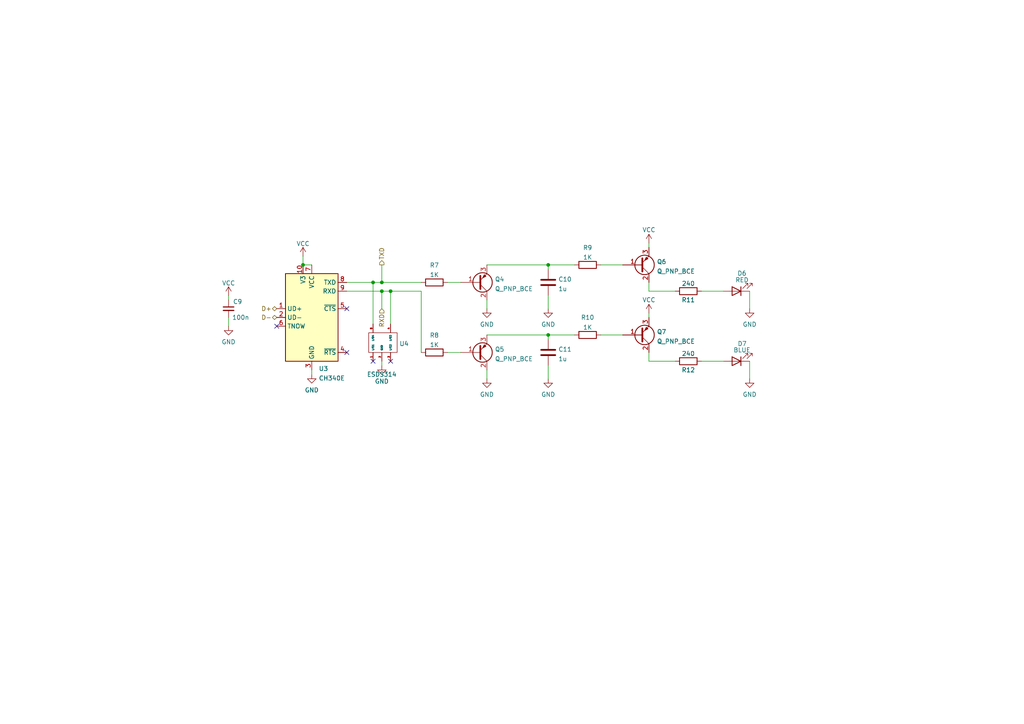
<source format=kicad_sch>
(kicad_sch (version 20230121) (generator eeschema)
  (paper "A4")
  (lib_symbols
    (symbol "Device:C" (pin_numbers hide) (pin_names (offset 0.254))
      (property "Reference" "C" (at 0.635 2.54 0))
      (property "Value" "C" (at 0.635 -2.54 0))
      (symbol "C_0_1"
        (polyline (pts (xy -2.032 -0.762) (xy 2.032 -0.762)) (stroke (width 0.508)))
        (polyline (pts (xy -2.032 0.762) (xy 2.032 0.762)) (stroke (width 0.508)))
      )
      (symbol "C_1_1"
        (pin passive line (at 0 3.81 270) (length 2.794) (name "~") (number "1"))
        (pin passive line (at 0 -3.81 90) (length 2.794) (name "~") (number "2"))
      )
    )
    (symbol "Device:C_Small" (pin_numbers hide) (pin_names (offset 0.254) hide)
      (property "Reference" "C" (at 0.254 1.778 0))
      (property "Value" "C_Small" (at 0.254 -2.032 0))
      (symbol "C_Small_0_1"
        (polyline (pts (xy -1.524 -0.508) (xy 1.524 -0.508)) (stroke (width 0.3302)))
        (polyline (pts (xy -1.524 0.508) (xy 1.524 0.508)) (stroke (width 0.3048)))
      )
      (symbol "C_Small_1_1"
        (pin passive line (at 0 2.54 270) (length 2.032) (name "~") (number "1"))
        (pin passive line (at 0 -2.54 90) (length 2.032) (name "~") (number "2"))
      )
    )
    (symbol "Device:LED" (pin_numbers hide) (pin_names (offset 1.016) hide)
      (property "Reference" "D" (at 0 2.54 0))
      (property "Value" "LED" (at 0 -2.54 0))
      (symbol "LED_0_1"
        (polyline (pts (xy -1.27 -1.27) (xy -1.27 1.27)) (stroke (width 0.254)))
        (polyline (pts (xy -1.27 0) (xy 1.27 0)))
        (polyline (pts (xy 1.27 -1.27) (xy 1.27 1.27) (xy -1.27 0) (xy 1.27 -1.27)) (stroke (width 0.254)))
        (polyline (pts (xy -3.048 -0.762) (xy -4.572 -2.286) (xy -3.81 -2.286) (xy -4.572 -2.286) (xy -4.572 -1.524)))
        (polyline (pts (xy -1.778 -0.762) (xy -3.302 -2.286) (xy -2.54 -2.286) (xy -3.302 -2.286) (xy -3.302 -1.524)))
      )
      (symbol "LED_1_1"
        (pin passive line (at -3.81 0 0) (length 2.54) (name "K") (number "1"))
        (pin passive line (at 3.81 0 180) (length 2.54) (name "A") (number "2"))
      )
    )
    (symbol "Device:Q_PNP_BCE" (pin_names (offset 0) hide)
      (property "Reference" "Q" (at 5.08 1.27 0))
      (property "Value" "Q_PNP_BCE" (at 5.08 -1.27 0))
      (symbol "Q_PNP_BCE_0_1"
        (polyline (pts (xy 0.635 0.635) (xy 2.54 2.54)))
        (polyline (pts (xy 0.635 -0.635) (xy 2.54 -2.54) (xy 2.54 -2.54)))
        (polyline (pts (xy 0.635 1.905) (xy 0.635 -1.905) (xy 0.635 -1.905)) (stroke (width 0.508)))
        (polyline (pts (xy 2.286 -1.778) (xy 1.778 -2.286) (xy 1.27 -1.27) (xy 2.286 -1.778) (xy 2.286 -1.778)) (fill (type outline)))
        (circle (center 1.27 0) (radius 2.8194) (stroke (width 0.254)))
      )
      (symbol "Q_PNP_BCE_1_1"
        (pin input line (at -5.08 0 0) (length 5.715) (name "B") (number "1"))
        (pin passive line (at 2.54 5.08 270) (length 2.54) (name "C") (number "2"))
        (pin passive line (at 2.54 -5.08 90) (length 2.54) (name "E") (number "3"))
      )
    )
    (symbol "Device:R" (pin_numbers hide) (pin_names (offset 0))
      (property "Reference" "R" (at 2.032 0 90))
      (property "Value" "R" (at 0 0 90))
      (symbol "R_0_1"
        (rectangle (start -1.016 -2.54) (end 1.016 2.54) (stroke (width 0.254)))
      )
      (symbol "R_1_1"
        (pin passive line (at 0 3.81 270) (length 1.27) (name "~") (number "1"))
        (pin passive line (at 0 -3.81 90) (length 1.27) (name "~") (number "2"))
      )
    )
    (symbol "Extra IC:ESDS314"
      (property "Reference" "U" (at 0 -6.985 0))
      (property "Value" "ESDS314" (at 0 -9.525 0))
      (symbol "ESDS314_0_1"
        (rectangle (start -4.445 2.54) (end 3.81 -3.175))
      )
      (symbol "ESDS314_1_1"
        (pin bidirectional line (at 2.54 5.08 270) (length 2.54) (name "I/O1") (number "1"))
        (pin power_out line (at 0 5.08 270) (length 2.54) (name "GND") (number "2"))
        (pin bidirectional line (at -2.54 5.08 270) (length 2.54) (name "I/O2") (number "3"))
        (pin bidirectional line (at -2.54 -5.715 90) (length 2.54) (name "I/O3") (number "4"))
        (pin bidirectional line (at 2.54 -5.715 90) (length 2.54) (name "I/O4") (number "5"))
      )
    )
    (symbol "Interface_USB:CH340E"
      (property "Reference" "U" (at -5.08 13.97 0))
      (property "Value" "CH340E" (at 1.27 13.97 0))
      (symbol "CH340E_0_1"
        (rectangle (start -7.62 12.7) (end 7.62 -12.7) (stroke (width 0.254)) (fill (type background)))
      )
      (symbol "CH340E_1_1"
        (pin bidirectional line (at -10.16 2.54 0) (length 2.54) (name "UD+") (number "1"))
        (pin passive line (at -2.54 15.24 270) (length 2.54) (name "V3") (number "10"))
        (pin bidirectional line (at -10.16 0 0) (length 2.54) (name "UD-") (number "2"))
        (pin power_in line (at 0 -15.24 90) (length 2.54) (name "GND") (number "3"))
        (pin output line (at 10.16 -10.16 180) (length 2.54) (name "~{RTS}") (number "4"))
        (pin input line (at 10.16 2.54 180) (length 2.54) (name "~{CTS}") (number "5"))
        (pin output line (at -10.16 -2.54 0) (length 2.54) (name "TNOW") (number "6"))
        (pin power_in line (at 0 15.24 270) (length 2.54) (name "VCC") (number "7"))
        (pin output line (at 10.16 10.16 180) (length 2.54) (name "TXD") (number "8"))
        (pin input line (at 10.16 7.62 180) (length 2.54) (name "RXD") (number "9"))
      )
    )
    (symbol "power:GND" (power) (pin_names (offset 0))
      (property "Value" "GND" (at 0 -3.81 0))
      (symbol "GND_0_1"
        (polyline (pts (xy 0 0) (xy 0 -1.27) (xy 1.27 -1.27) (xy 0 -2.54) (xy -1.27 -1.27) (xy 0 -1.27)))
      )
      (symbol "GND_1_1"
        (pin power_in line (at 0 0 270) (length 0) hide (name "GND") (number "1"))
      )
    )
    (symbol "power:VCC" (power) (pin_names (offset 0))
      (property "Value" "VCC" (at 0 3.81 0))
      (symbol "VCC_0_1"
        (polyline (pts (xy -0.762 1.27) (xy 0 2.54)))
        (polyline (pts (xy 0 0) (xy 0 2.54)))
        (polyline (pts (xy 0 2.54) (xy 0.762 1.27)))
      )
      (symbol "VCC_1_1"
        (pin power_in line (at 0 0 90) (length 0) hide (name "VCC") (number "1"))
      )
    )
  )
  (junction (at 110.744 81.915))
  (junction (at 108.204 81.915))
  (junction (at 159.004 76.835))
  (junction (at 87.884 76.835))
  (junction (at 110.744 84.455))
  (junction (at 159.004 97.155))
  (junction (at 113.284 84.455))
  (no_connect (at 108.204 104.775))
  (no_connect (at 100.584 89.535))
  (no_connect (at 80.264 94.615))
  (no_connect (at 100.584 102.235))
  (no_connect (at 113.284 104.775))
  (wire (pts (xy 159.004 109.855) (xy 159.004 106.045)))
  (wire (pts (xy 110.744 76.835) (xy 110.744 81.915)))
  (wire (pts (xy 108.204 81.915) (xy 108.204 93.98)))
  (wire (pts (xy 217.424 89.535) (xy 217.424 84.455)))
  (wire (pts (xy 159.004 76.835) (xy 166.624 76.835)))
  (wire (pts (xy 87.884 76.835) (xy 90.424 76.835)))
  (wire (pts (xy 188.214 104.775) (xy 195.834 104.775)))
  (wire (pts (xy 217.424 109.855) (xy 217.424 104.775)))
  (wire (pts (xy 66.294 92.075) (xy 66.294 94.615)))
  (wire (pts (xy 129.794 81.915) (xy 133.604 81.915)))
  (wire (pts (xy 159.004 89.535) (xy 159.004 85.725)))
  (wire (pts (xy 141.224 76.835) (xy 159.004 76.835)))
  (wire (pts (xy 141.224 109.855) (xy 141.224 107.315)))
  (wire (pts (xy 203.454 84.455) (xy 209.804 84.455)))
  (wire (pts (xy 122.174 84.455) (xy 122.174 102.235)))
  (wire (pts (xy 108.204 81.915) (xy 110.744 81.915)))
  (wire (pts (xy 100.584 84.455) (xy 110.744 84.455)))
  (wire (pts (xy 110.744 106.045) (xy 110.744 104.775)))
  (wire (pts (xy 129.794 102.235) (xy 133.604 102.235)))
  (wire (pts (xy 159.004 76.835) (xy 159.004 78.105)))
  (wire (pts (xy 188.214 81.915) (xy 188.214 84.455)))
  (wire (pts (xy 113.284 84.455) (xy 113.284 93.98)))
  (wire (pts (xy 113.284 84.455) (xy 122.174 84.455)))
  (wire (pts (xy 203.454 104.775) (xy 209.804 104.775)))
  (wire (pts (xy 188.214 102.235) (xy 188.214 104.775)))
  (wire (pts (xy 110.744 84.455) (xy 110.744 89.535)))
  (wire (pts (xy 188.214 84.455) (xy 195.834 84.455)))
  (wire (pts (xy 66.294 85.725) (xy 66.294 86.995)))
  (wire (pts (xy 174.244 97.155) (xy 180.594 97.155)))
  (wire (pts (xy 110.744 84.455) (xy 113.284 84.455)))
  (wire (pts (xy 87.884 74.295) (xy 87.884 76.835)))
  (wire (pts (xy 141.224 97.155) (xy 159.004 97.155)))
  (wire (pts (xy 188.214 70.485) (xy 188.214 71.755)))
  (wire (pts (xy 159.004 97.155) (xy 166.624 97.155)))
  (wire (pts (xy 141.224 89.535) (xy 141.224 86.995)))
  (wire (pts (xy 159.004 97.155) (xy 159.004 98.425)))
  (wire (pts (xy 100.584 81.915) (xy 108.204 81.915)))
  (wire (pts (xy 110.744 81.915) (xy 122.174 81.915)))
  (wire (pts (xy 90.424 107.315) (xy 90.424 108.585)))
  (wire (pts (xy 174.244 76.835) (xy 180.594 76.835)))
  (wire (pts (xy 188.214 90.805) (xy 188.214 92.075)))
  (hierarchical_label "RXD" (shape input) (at 110.744 89.535 270))
  (hierarchical_label "D+" (shape bidirectional) (at 80.264 89.535 180))
  (hierarchical_label "D-" (shape bidirectional) (at 80.264 92.075 180))
  (hierarchical_label "TXD" (shape output) (at 110.744 76.835 90))
  (symbol (lib_id "power:GND") (at 141.224 89.535 0) (unit 1)
    (property "Reference" "#PWR036" (effects hide))
    (property "Value" "GND" (at 141.224 94.0975 0))
    (instances (project "USB2UART" (path "" (reference "#PWR036") (unit 1))) (project "USB2XXX" (path "" (reference "#PWR0101") (unit 1))))
  )
  (symbol (lib_id "Device:R") (at 199.644 84.455 90) (unit 1)
    (property "Reference" "R11" (at 199.644 86.995 90))
    (property "Value" "240" (at 199.644 82.2476 90))
    (property "Footprint" "Resistor_SMD:R_0402_1005Metric" (effects hide))
    (instances (project "USB2UART" (path "" (reference "R11") (unit 1))) (project "USB2XXX" (path "" (reference "R17") (unit 1))))
  )
  (symbol (lib_id "power:GND") (at 159.004 89.535 0) (unit 1)
    (property "Reference" "#PWR038" (effects hide))
    (property "Value" "GND" (at 159.004 94.0975 0))
    (instances (project "USB2UART" (path "" (reference "#PWR038") (unit 1))) (project "USB2XXX" (path "" (reference "#PWR0103") (unit 1))))
  )
  (symbol (lib_id "Device:R") (at 199.644 104.775 90) (unit 1)
    (property "Reference" "R12" (at 199.644 107.315 90))
    (property "Value" "240" (at 199.644 102.5676 90))
    (property "Footprint" "Resistor_SMD:R_0402_1005Metric" (effects hide))
    (instances (project "USB2UART" (path "" (reference "R12") (unit 1))) (project "USB2XXX" (path "" (reference "R20") (unit 1))))
  )
  (symbol (lib_id "Extra IC:ESDS314") (at 110.744 99.695 180) (unit 1)
    (property "Reference" "U4" (at 115.824 99.6943 0) (effects (justify right)))
    (property "Value" "ESDS314" (at 110.744 108.585 0))
    (property "Footprint" "Package_TO_SOT_SMD:SOT-23-5" (effects hide))
    (instances (project "USB2UART" (path "" (reference "U4") (unit 1))) (project "USB2XXX" (path "" (reference "U9") (unit 1))))
  )
  (symbol (lib_id "Device:R") (at 170.434 97.155 90) (unit 1)
    (property "Reference" "R10" (at 170.434 92.075 90))
    (property "Value" "1K" (at 170.434 94.9476 90))
    (property "Footprint" "Resistor_SMD:R_0402_1005Metric" (effects hide))
    (instances (project "USB2UART" (path "" (reference "R10") (unit 1))) (project "USB2XXX" (path "" (reference "R19") (unit 1))))
  )
  (symbol (lib_id "Device:Q_PNP_BCE") (at 185.674 76.835 0) (mirror x) (unit 1)
    (property "Reference" "Q6" (at 190.5254 75.9265 0) (effects (justify left)))
    (property "Value" "Q_PNP_BCE" (at 190.5254 78.7016 0) (effects (justify left)))
    (property "Footprint" "Package_TO_SOT_SMD:SOT-23" (effects hide))
    (instances (project "USB2UART" (path "" (reference "Q6") (unit 1))) (project "USB2XXX" (path "" (reference "Q3") (unit 1))))
  )
  (symbol (lib_id "Device:LED") (at 213.614 84.455 180) (unit 1)
    (property "Reference" "D6" (at 215.2015 79.2861 0))
    (property "Value" "RED" (at 215.2015 81.2071 0))
    (property "Footprint" "LED_SMD:LED_0402_1005Metric" (effects hide))
    (instances (project "USB2UART" (path "" (reference "D6") (unit 1))) (project "USB2XXX" (path "" (reference "D9") (unit 1))))
  )
  (symbol (lib_id "power:GND") (at 217.424 109.855 0) (unit 1)
    (property "Reference" "#PWR043" (effects hide))
    (property "Value" "GND" (at 217.424 114.4175 0))
    (instances (project "USB2UART" (path "" (reference "#PWR043") (unit 1))) (project "USB2XXX" (path "" (reference "#PWR0105") (unit 1))))
  )
  (symbol (lib_id "Interface_USB:CH340E") (at 90.424 92.075 0) (unit 1)
    (property "Reference" "U3" (at 92.4434 106.9245 0) (effects (justify left)))
    (property "Value" "CH340E" (at 92.4434 109.6996 0) (effects (justify left)))
    (property "Footprint" "Package_SO:MSOP-10_3x3mm_P0.5mm" (effects hide))
    (property "Datasheet" "https://www.mpja.com/download/35227cpdata.pdf" (effects hide))
    (instances (project "USB2UART" (path "" (reference "U3") (unit 1))) (project "USB2XXX" (path "" (reference "U7") (unit 1))))
  )
  (symbol (lib_id "power:GND") (at 141.224 109.855 0) (unit 1)
    (property "Reference" "#PWR037" (effects hide))
    (property "Value" "GND" (at 141.224 114.4175 0))
    (instances (project "USB2UART" (path "" (reference "#PWR037") (unit 1))) (project "USB2XXX" (path "" (reference "#PWR0108") (unit 1))))
  )
  (symbol (lib_id "Device:LED") (at 213.614 104.775 180) (unit 1)
    (property "Reference" "D7" (at 215.265 99.695 0))
    (property "Value" "BLUE" (at 215.2015 101.5271 0))
    (property "Footprint" "LED_SMD:LED_0402_1005Metric" (effects hide))
    (instances (project "USB2UART" (path "" (reference "D7") (unit 1))) (project "USB2XXX" (path "" (reference "D10") (unit 1))))
  )
  (symbol (lib_id "power:VCC") (at 188.214 70.485 0) (unit 1)
    (property "Reference" "#PWR040" (effects hide))
    (property "Value" "VCC" (at 188.214 66.675 0))
    (instances (project "USB2UART" (path "" (reference "#PWR040") (unit 1))) (project "USB2XXX" (path "" (reference "#PWR0104") (unit 1))))
  )
  (symbol (lib_id "Device:R") (at 170.434 76.835 90) (unit 1)
    (property "Reference" "R9" (at 170.434 71.8525 90))
    (property "Value" "1K" (at 170.434 74.6276 90))
    (property "Footprint" "Resistor_SMD:R_0402_1005Metric" (effects hide))
    (instances (project "USB2UART" (path "" (reference "R9") (unit 1))) (project "USB2XXX" (path "" (reference "R16") (unit 1))))
  )
  (symbol (lib_id "Device:C") (at 159.004 81.915 0) (unit 1)
    (property "Reference" "C10" (at 161.925 81.0065 0) (effects (justify left)))
    (property "Value" "1u" (at 161.925 83.7816 0) (effects (justify left)))
    (property "Footprint" "Capacitor_SMD:C_0402_1005Metric" (effects hide))
    (instances (project "USB2UART" (path "" (reference "C10") (unit 1))) (project "USB2XXX" (path "" (reference "C28") (unit 1))))
  )
  (symbol (lib_id "power:GND") (at 66.294 94.615 0) (unit 1)
    (property "Reference" "#PWR032" (effects hide))
    (property "Value" "GND" (at 66.294 99.1775 0))
    (instances (project "USB2UART" (path "" (reference "#PWR032") (unit 1))) (project "USB2XXX" (path "" (reference "#PWR075") (unit 1))))
  )
  (symbol (lib_id "Device:Q_PNP_BCE") (at 185.674 97.155 0) (mirror x) (unit 1)
    (property "Reference" "Q7" (at 190.5254 96.2465 0) (effects (justify left)))
    (property "Value" "Q_PNP_BCE" (at 190.5254 99.0216 0) (effects (justify left)))
    (property "Footprint" "Package_TO_SOT_SMD:SOT-23" (effects hide))
    (instances (project "USB2UART" (path "" (reference "Q7") (unit 1))) (project "USB2XXX" (path "" (reference "Q5") (unit 1))))
  )
  (symbol (lib_id "power:GND") (at 159.004 109.855 0) (unit 1)
    (property "Reference" "#PWR039" (effects hide))
    (property "Value" "GND" (at 159.004 114.4175 0))
    (instances (project "USB2UART" (path "" (reference "#PWR039") (unit 1))) (project "USB2XXX" (path "" (reference "#PWR0107") (unit 1))))
  )
  (symbol (lib_id "power:VCC") (at 66.294 85.725 0) (unit 1)
    (property "Reference" "#PWR031" (effects hide))
    (property "Value" "VCC" (at 66.294 82.1205 0))
    (instances (project "USB2UART" (path "" (reference "#PWR031") (unit 1))) (project "USB2XXX" (path "" (reference "#PWR074") (unit 1))))
  )
  (symbol (lib_id "Device:Q_PNP_BCE") (at 138.684 102.235 0) (mirror x) (unit 1)
    (property "Reference" "Q5" (at 143.5354 101.3265 0) (effects (justify left)))
    (property "Value" "Q_PNP_BCE" (at 143.5354 104.1016 0) (effects (justify left)))
    (property "Footprint" "Package_TO_SOT_SMD:SOT-23" (effects hide))
    (instances (project "USB2UART" (path "" (reference "Q5") (unit 1))) (project "USB2XXX" (path "" (reference "Q4") (unit 1))))
  )
  (symbol (lib_id "Device:C_Small") (at 66.294 89.535 0) (mirror y) (unit 1)
    (property "Reference" "C9" (at 67.564 87.503 0) (effects (justify right)))
    (property "Value" "100n" (at 67.31 92.075 0) (effects (justify right)))
    (property "Footprint" "Capacitor_SMD:C_0402_1005Metric" (effects hide))
    (instances (project "USB2UART" (path "" (reference "C9") (unit 1))) (project "USB2XXX" (path "" (reference "C24") (unit 1))))
  )
  (symbol (lib_id "Device:R") (at 125.984 81.915 90) (unit 1)
    (property "Reference" "R7" (at 125.984 76.9325 90))
    (property "Value" "1K" (at 125.984 79.7076 90))
    (property "Footprint" "Resistor_SMD:R_0402_1005Metric" (effects hide))
    (instances (project "USB2UART" (path "" (reference "R7") (unit 1))) (project "USB2XXX" (path "" (reference "R15") (unit 1))))
  )
  (symbol (lib_id "power:VCC") (at 188.214 90.805 0) (unit 1)
    (property "Reference" "#PWR041" (effects hide))
    (property "Value" "VCC" (at 188.214 86.995 0))
    (instances (project "USB2UART" (path "" (reference "#PWR041") (unit 1))) (project "USB2XXX" (path "" (reference "#PWR0102") (unit 1))))
  )
  (symbol (lib_id "power:GND") (at 90.424 108.585 0) (unit 1)
    (property "Reference" "#PWR034" (effects hide))
    (property "Value" "GND" (at 90.424 113.1475 0))
    (instances (project "USB2UART" (path "" (reference "#PWR034") (unit 1))) (project "USB2XXX" (path "" (reference "#PWR076") (unit 1))))
  )
  (symbol (lib_id "Device:C") (at 159.004 102.235 0) (unit 1)
    (property "Reference" "C11" (at 161.925 101.3265 0) (effects (justify left)))
    (property "Value" "1u" (at 161.925 104.1016 0) (effects (justify left)))
    (property "Footprint" "Capacitor_SMD:C_0402_1005Metric" (effects hide))
    (instances (project "USB2UART" (path "" (reference "C11") (unit 1))) (project "USB2XXX" (path "" (reference "C29") (unit 1))))
  )
  (symbol (lib_id "Device:Q_PNP_BCE") (at 138.684 81.915 0) (mirror x) (unit 1)
    (property "Reference" "Q4" (at 143.5354 81.0065 0) (effects (justify left)))
    (property "Value" "Q_PNP_BCE" (at 143.5354 83.7816 0) (effects (justify left)))
    (property "Footprint" "Package_TO_SOT_SMD:SOT-23" (effects hide))
    (instances (project "USB2UART" (path "" (reference "Q4") (unit 1))) (project "USB2XXX" (path "" (reference "Q2") (unit 1))))
  )
  (symbol (lib_id "power:GND") (at 217.424 89.535 0) (unit 1)
    (property "Reference" "#PWR042" (effects hide))
    (property "Value" "GND" (at 217.424 94.0975 0))
    (instances (project "USB2UART" (path "" (reference "#PWR042") (unit 1))) (project "USB2XXX" (path "" (reference "#PWR0106") (unit 1))))
  )
  (symbol (lib_id "power:GND") (at 110.744 106.045 0) (unit 1)
    (property "Reference" "#PWR035" (effects hide))
    (property "Value" "GND" (at 110.744 110.6075 0))
    (instances (project "USB2UART" (path "" (reference "#PWR035") (unit 1))) (project "USB2XXX" (path "" (reference "#PWR084") (unit 1))))
  )
  (symbol (lib_id "power:VCC") (at 87.884 74.295 0) (unit 1)
    (property "Reference" "#PWR033" (effects hide))
    (property "Value" "VCC" (at 87.884 70.6905 0))
    (instances (project "USB2UART" (path "" (reference "#PWR033") (unit 1))) (project "USB2XXX" (path "" (reference "#PWR073") (unit 1))))
  )
  (symbol (lib_id "Device:R") (at 125.984 102.235 90) (unit 1)
    (property "Reference" "R8" (at 125.984 97.2525 90))
    (property "Value" "1K" (at 125.984 100.0276 90))
    (property "Footprint" "Resistor_SMD:R_0402_1005Metric" (effects hide))
    (instances (project "USB2UART" (path "" (reference "R8") (unit 1))) (project "USB2XXX" (path "" (reference "R18") (unit 1))))
  )
)
</source>
